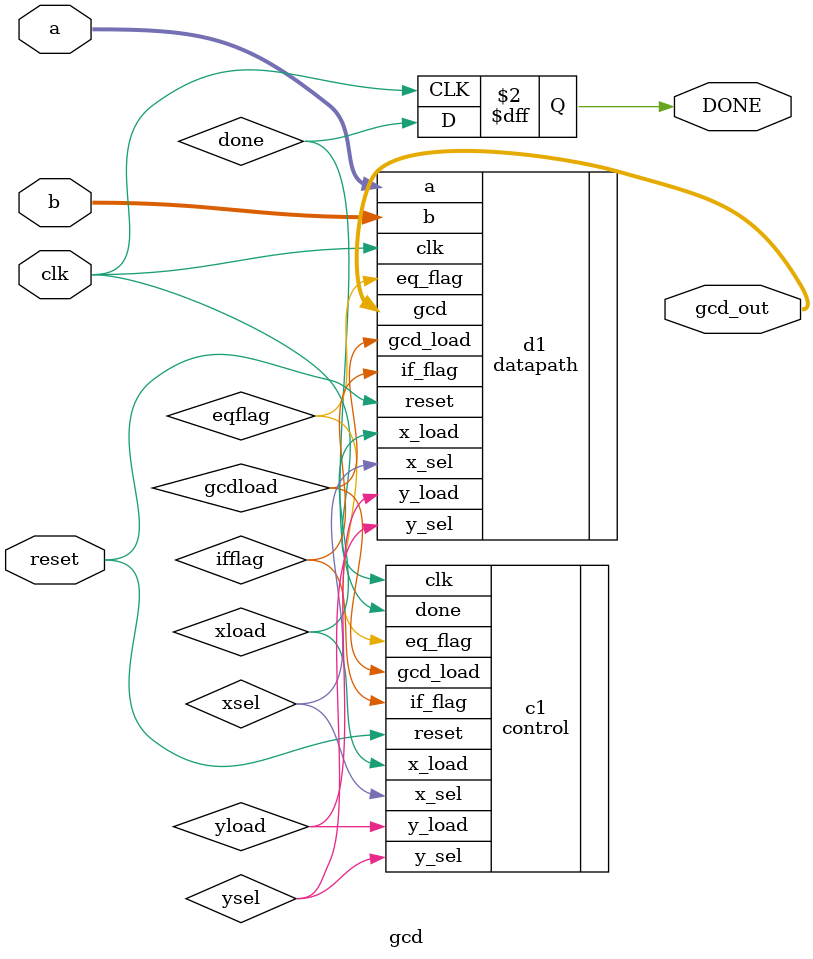
<source format=v>
`timescale 1ns / 1ps


module gcd(
    input [31:0] a,b,
    output [31:0] gcd_out,
	output reg DONE,
	input clk, reset
    );

	wire xsel, ysel, xload, yload, gcdload, eqflag, ifflag;
	wire done;
	 
	 datapath d1( .clk(clk), .reset(reset), .x_sel(xsel), .y_sel(ysel), .x_load(xload),
	 .y_load(yload), .gcd_load(gcdload),
	 .a(a), .b(b), .eq_flag(eqflag), .if_flag(ifflag),
    .gcd(gcd_out));

	 control c1( .clk(clk),
    .reset(reset),
    .eq_flag(eqflag),
    .if_flag(ifflag),
	.done(done),
    .x_load(xload),
    .y_load(yload),
    .x_sel(xsel),
    .y_sel(ysel),
    .gcd_load(gcdload));
	 
	always @(posedge clk) begin
		DONE <= done;
	end
endmodule

</source>
